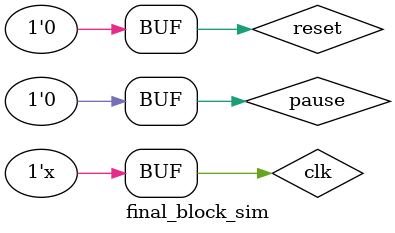
<source format=v>
`timescale 1ns / 1ps

module final_block_sim();
    reg clk, reset, pause;
    wire [3:0] BCD00, BCD01, BCD10, BCD11;

    final_block f(clk, reset, pause, BCD00, BCD01, BCD10, BCD11);

    initial begin
        clk = 0;
        reset = 1;
        pause = 0;
        #50
        #50 reset = 0;
    end
    
    always
        #10 clk = ~clk;
        
           
endmodule

</source>
